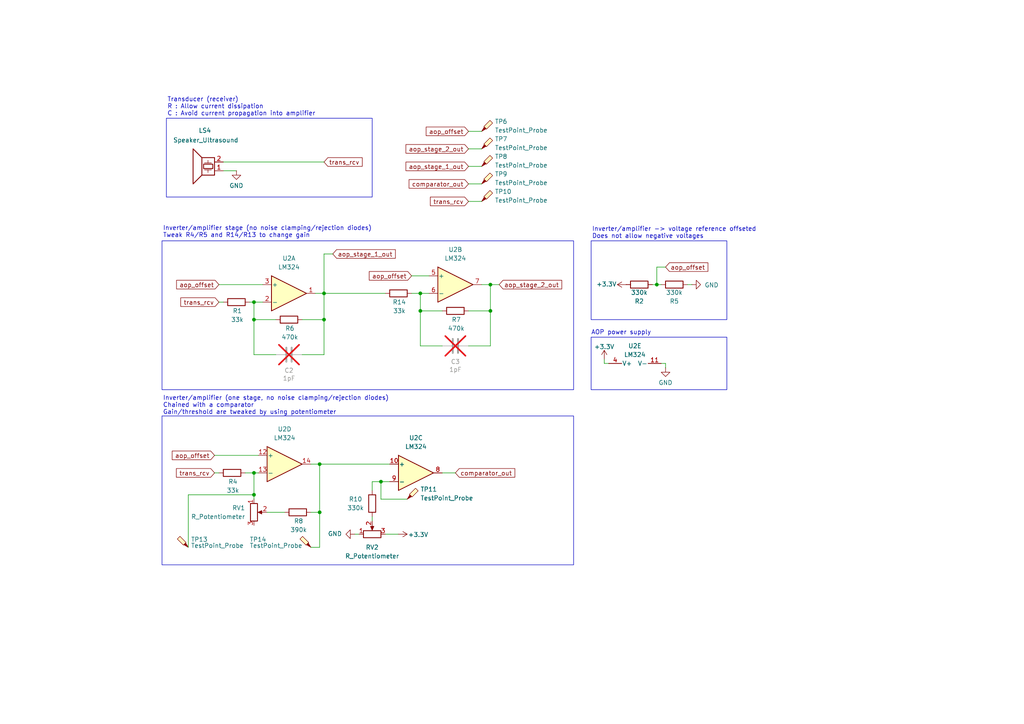
<source format=kicad_sch>
(kicad_sch (version 20250114) (generator "eeschema") (generator_version "9.0")
  (paper "A4")
  (lib_symbols
    (symbol "Amplifier_Operational:LM324" (pin_names (offset 0.127))
      (property "Reference" "U" (at 0 5.08 0))
      (property "Value" "LM324" (at 0 -5.08 0))
      (symbol "LM324_1_1"
        (polyline (pts (xy -5.08 5.08) (xy 5.08 0) (xy -5.08 -5.08) (xy -5.08 5.08)) (stroke (width 0.254)) (fill (type background)))
        (pin input line (at -7.62 2.54 0) (length 2.54) (name "+") (number "3"))
        (pin input line (at -7.62 -2.54 0) (length 2.54) (name "-") (number "2"))
        (pin output line (at 7.62 0 180) (length 2.54) (name "~") (number "1"))
      )
      (symbol "LM324_2_1"
        (polyline (pts (xy -5.08 5.08) (xy 5.08 0) (xy -5.08 -5.08) (xy -5.08 5.08)) (stroke (width 0.254)) (fill (type background)))
        (pin input line (at -7.62 2.54 0) (length 2.54) (name "+") (number "5"))
        (pin input line (at -7.62 -2.54 0) (length 2.54) (name "-") (number "6"))
        (pin output line (at 7.62 0 180) (length 2.54) (name "~") (number "7"))
      )
      (symbol "LM324_3_1"
        (polyline (pts (xy -5.08 5.08) (xy 5.08 0) (xy -5.08 -5.08) (xy -5.08 5.08)) (stroke (width 0.254)) (fill (type background)))
        (pin input line (at -7.62 2.54 0) (length 2.54) (name "+") (number "10"))
        (pin input line (at -7.62 -2.54 0) (length 2.54) (name "-") (number "9"))
        (pin output line (at 7.62 0 180) (length 2.54) (name "~") (number "8"))
      )
      (symbol "LM324_4_1"
        (polyline (pts (xy -5.08 5.08) (xy 5.08 0) (xy -5.08 -5.08) (xy -5.08 5.08)) (stroke (width 0.254)) (fill (type background)))
        (pin input line (at -7.62 2.54 0) (length 2.54) (name "+") (number "12"))
        (pin input line (at -7.62 -2.54 0) (length 2.54) (name "-") (number "13"))
        (pin output line (at 7.62 0 180) (length 2.54) (name "~") (number "14"))
      )
      (symbol "LM324_5_1"
        (pin power_in line (at -2.54 7.62 270) (length 3.81) (name "V+") (number "4"))
        (pin power_in line (at -2.54 -7.62 90) (length 3.81) (name "V-") (number "11"))
      )
    )
    (symbol "Connector:TestPoint_Probe" (pin_numbers (hide yes)) (pin_names (offset 0.762) (hide yes))
      (property "Reference" "TP" (at 1.651 5.842 0))
      (property "Value" "TestPoint_Probe" (at 1.651 4.064 0))
      (symbol "TestPoint_Probe_0_1"
        (polyline (pts (xy 1.27 0.762) (xy 0 0) (xy 0.762 1.27) (xy 1.27 0.762)) (fill (type outline)))
        (polyline (pts (xy 1.397 0.635) (xy 0.635 1.397) (xy 2.413 3.175) (xy 3.175 2.413) (xy 1.397 0.635)) (fill (type background)))
      )
      (symbol "TestPoint_Probe_1_1"
        (pin passive line (at 0 0 90) (length 0) (name "1") (number "1"))
      )
    )
    (symbol "Device:C" (pin_numbers (hide yes)) (pin_names (offset 0.254))
      (property "Reference" "C" (at 0.635 2.54 0))
      (property "Value" "C" (at 0.635 -2.54 0))
      (symbol "C_0_1"
        (polyline (pts (xy -2.032 0.762) (xy 2.032 0.762)) (stroke (width 0.508)))
        (polyline (pts (xy -2.032 -0.762) (xy 2.032 -0.762)) (stroke (width 0.508)))
      )
      (symbol "C_1_1"
        (pin passive line (at 0 3.81 270) (length 2.794) (name "~") (number "1"))
        (pin passive line (at 0 -3.81 90) (length 2.794) (name "~") (number "2"))
      )
    )
    (symbol "Device:R" (pin_numbers (hide yes)) (pin_names (offset 0))
      (property "Reference" "R" (at 2.032 0 90))
      (property "Value" "R" (at 0 0 90))
      (symbol "R_0_1"
        (rectangle (start -1.016 -2.54) (end 1.016 2.54) (stroke (width 0.254)))
      )
      (symbol "R_1_1"
        (pin passive line (at 0 3.81 270) (length 1.27) (name "~") (number "1"))
        (pin passive line (at 0 -3.81 90) (length 1.27) (name "~") (number "2"))
      )
    )
    (symbol "Device:R_Potentiometer" (pin_names (offset 1.016) (hide yes))
      (property "Reference" "RV" (at -4.445 0 90))
      (property "Value" "R_Potentiometer" (at -2.54 0 90))
      (symbol "R_Potentiometer_0_1"
        (rectangle (start 1.016 2.54) (end -1.016 -2.54) (stroke (width 0.254)))
        (polyline (pts (xy 1.143 0) (xy 2.286 0.508) (xy 2.286 -0.508) (xy 1.143 0)) (fill (type outline)))
        (polyline (pts (xy 2.54 0) (xy 1.524 0)))
      )
      (symbol "R_Potentiometer_1_1"
        (pin passive line (at 0 3.81 270) (length 1.27) (name "1") (number "1"))
        (pin passive line (at 0 -3.81 90) (length 1.27) (name "3") (number "3"))
        (pin passive line (at 3.81 0 180) (length 1.27) (name "2") (number "2"))
      )
    )
    (symbol "Device:Speaker_Ultrasound" (pin_names (offset 0) (hide yes))
      (property "Reference" "LS" (at 0.635 5.715 0))
      (property "Value" "Speaker_Ultrasound" (at 0.635 3.81 0))
      (symbol "Speaker_Ultrasound_0_0"
        (rectangle (start -2.54 1.27) (end 1.143 -3.81) (stroke (width 0.254)))
        (rectangle (start -2.032 -0.635) (end 0.635 -1.905) (stroke (width 0.254)))
        (polyline (pts (xy -1.651 -0.254) (xy 0.381 -0.254)))
        (polyline (pts (xy -1.651 -2.286) (xy 0.381 -2.286)))
        (polyline (pts (xy -0.635 -0.254) (xy -0.635 0.508)))
        (polyline (pts (xy -0.635 -2.286) (xy -0.635 -3.048)))
        (polyline (pts (xy 1.143 1.27) (xy 3.683 3.81) (xy 3.683 -6.35) (xy 1.143 -3.81)) (stroke (width 0.254)))
      )
      (symbol "Speaker_Ultrasound_1_1"
        (pin input line (at -5.08 0 0) (length 2.54) (name "1") (number "1"))
        (pin input line (at -5.08 -2.54 0) (length 2.54) (name "2") (number "2"))
      )
    )
    (symbol "power:+3.3V" (power) (pin_numbers (hide yes)) (pin_names (offset 0) (hide yes))
      (property "Value" "+3.3V" (at 0 3.556 0))
      (symbol "+3.3V_0_1"
        (polyline (pts (xy -0.762 1.27) (xy 0 2.54)))
        (polyline (pts (xy 0 2.54) (xy 0.762 1.27)))
        (polyline (pts (xy 0 0) (xy 0 2.54)))
      )
      (symbol "+3.3V_1_1"
        (pin power_in line (at 0 0 90) (length 0) (name "~") (number "1"))
      )
    )
    (symbol "power:GND" (power) (pin_numbers (hide yes)) (pin_names (offset 0) (hide yes))
      (property "Value" "GND" (at 0 -3.81 0))
      (symbol "GND_0_1"
        (polyline (pts (xy 0 0) (xy 0 -1.27) (xy 1.27 -1.27) (xy 0 -2.54) (xy -1.27 -1.27) (xy 0 -1.27)))
      )
      (symbol "GND_1_1"
        (pin power_in line (at 0 0 270) (length 0) (name "~") (number "1"))
      )
    )
  )
  (rectangle (start 171.45 69.85) (end 210.82 92.71))
  (rectangle (start 46.99 120.65) (end 166.37 163.83))
  (rectangle (start 171.45 97.79) (end 210.82 113.03))
  (rectangle (start 48.26 34.29) (end 107.95 57.15))
  (rectangle (start 46.99 69.85) (end 166.37 113.03))
  (text "Inverter/amplifier -> voltage reference offseted\nDoes not allow negative voltages" (at 171.704 67.564 0) (effects (font (size 1.27 1.27)) (justify left)))
  (text "Inverter/amplifier (one stage, no noise clamping/rejection diodes)\nChained with a comparator\nGain/threshold are tweaked by using potentiometer" (at 47.244 117.602 0) (effects (font (size 1.27 1.27)) (justify left)))
  (text "AOP power supply" (at 171.45 96.52 0) (effects (font (size 1.27 1.27)) (justify left)))
  (text "Inverter/amplifier stage (no noise clamping/rejection diodes)\nTweak R4/R5 and R14/R13 to change gain" (at 47.244 67.31 0) (effects (font (size 1.27 1.27)) (justify left)))
  (text "Transducer (receiver)\nR : Allow current dissipation\nC : Avoid current propagation into amplifier" (at 48.514 30.988 0) (effects (font (size 1.27 1.27)) (justify left)))
  (junction (at 73.66 143.51))
  (junction (at 121.92 85.09))
  (junction (at 190.5 82.55))
  (junction (at 142.24 82.55))
  (junction (at 92.71 134.62))
  (junction (at 93.98 85.09))
  (junction (at 142.24 90.17))
  (junction (at 73.66 87.63))
  (junction (at 92.71 148.59))
  (junction (at 73.66 137.16))
  (junction (at 121.92 90.17))
  (junction (at 73.66 92.71))
  (junction (at 93.98 92.71))
  (junction (at 110.49 139.7))
  (wire (pts (xy 121.92 90.17) (xy 128.27 90.17)))
  (wire (pts (xy 102.87 154.94) (xy 104.14 154.94)))
  (wire (pts (xy 62.23 137.16) (xy 63.5 137.16)))
  (wire (pts (xy 119.38 85.09) (xy 121.92 85.09)))
  (wire (pts (xy 73.66 102.87) (xy 73.66 92.71)))
  (wire (pts (xy 72.39 87.63) (xy 73.66 87.63)))
  (wire (pts (xy 135.89 58.42) (xy 139.7 58.42)))
  (wire (pts (xy 80.01 102.87) (xy 73.66 102.87)))
  (wire (pts (xy 107.95 151.13) (xy 107.95 149.86)))
  (wire (pts (xy 110.49 144.78) (xy 110.49 139.7)))
  (wire (pts (xy 77.47 148.59) (xy 82.55 148.59)))
  (wire (pts (xy 54.61 158.75) (xy 54.61 143.51)))
  (wire (pts (xy 93.98 102.87) (xy 93.98 92.71)))
  (wire (pts (xy 135.89 38.1) (xy 139.7 38.1)))
  (wire (pts (xy 63.5 82.55) (xy 76.2 82.55)))
  (wire (pts (xy 92.71 148.59) (xy 90.17 148.59)))
  (wire (pts (xy 63.5 87.63) (xy 64.77 87.63)))
  (wire (pts (xy 142.24 90.17) (xy 142.24 82.55)))
  (wire (pts (xy 62.23 132.08) (xy 74.93 132.08)))
  (wire (pts (xy 139.7 82.55) (xy 142.24 82.55)))
  (wire (pts (xy 142.24 82.55) (xy 144.78 82.55)))
  (wire (pts (xy 190.5 77.47) (xy 193.04 77.47)))
  (wire (pts (xy 135.89 90.17) (xy 142.24 90.17)))
  (wire (pts (xy 93.98 73.66) (xy 96.52 73.66)))
  (wire (pts (xy 135.89 100.33) (xy 142.24 100.33)))
  (wire (pts (xy 73.66 87.63) (xy 73.66 92.71)))
  (wire (pts (xy 92.71 134.62) (xy 113.03 134.62)))
  (wire (pts (xy 110.49 139.7) (xy 113.03 139.7)))
  (wire (pts (xy 73.66 137.16) (xy 74.93 137.16)))
  (wire (pts (xy 135.89 43.18) (xy 139.7 43.18)))
  (wire (pts (xy 93.98 92.71) (xy 93.98 85.09)))
  (wire (pts (xy 193.04 105.41) (xy 193.04 106.68)))
  (wire (pts (xy 190.5 82.55) (xy 191.77 82.55)))
  (wire (pts (xy 107.95 139.7) (xy 110.49 139.7)))
  (wire (pts (xy 73.66 143.51) (xy 73.66 144.78)))
  (wire (pts (xy 73.66 87.63) (xy 76.2 87.63)))
  (wire (pts (xy 135.89 53.34) (xy 139.7 53.34)))
  (wire (pts (xy 107.95 142.24) (xy 107.95 139.7)))
  (wire (pts (xy 93.98 73.66) (xy 93.98 85.09)))
  (wire (pts (xy 54.61 143.51) (xy 73.66 143.51)))
  (wire (pts (xy 119.38 80.01) (xy 124.46 80.01)))
  (wire (pts (xy 175.26 105.41) (xy 176.53 105.41)))
  (wire (pts (xy 175.26 105.41) (xy 175.26 104.14)))
  (wire (pts (xy 111.76 154.94) (xy 115.57 154.94)))
  (wire (pts (xy 92.71 134.62) (xy 90.17 134.62)))
  (wire (pts (xy 121.92 85.09) (xy 124.46 85.09)))
  (wire (pts (xy 142.24 100.33) (xy 142.24 90.17)))
  (wire (pts (xy 87.63 102.87) (xy 93.98 102.87)))
  (wire (pts (xy 92.71 158.75) (xy 90.17 158.75)))
  (wire (pts (xy 64.77 49.53) (xy 68.58 49.53)))
  (wire (pts (xy 92.71 148.59) (xy 92.71 134.62)))
  (wire (pts (xy 64.77 46.99) (xy 93.98 46.99)))
  (wire (pts (xy 190.5 82.55) (xy 190.5 77.47)))
  (wire (pts (xy 121.92 85.09) (xy 121.92 90.17)))
  (wire (pts (xy 93.98 85.09) (xy 91.44 85.09)))
  (wire (pts (xy 110.49 144.78) (xy 118.11 144.78)))
  (wire (pts (xy 191.77 105.41) (xy 193.04 105.41)))
  (wire (pts (xy 128.27 100.33) (xy 121.92 100.33)))
  (wire (pts (xy 92.71 148.59) (xy 92.71 158.75)))
  (wire (pts (xy 73.66 92.71) (xy 80.01 92.71)))
  (wire (pts (xy 73.66 137.16) (xy 73.66 143.51)))
  (wire (pts (xy 71.12 137.16) (xy 73.66 137.16)))
  (wire (pts (xy 121.92 100.33) (xy 121.92 90.17)))
  (wire (pts (xy 93.98 85.09) (xy 111.76 85.09)))
  (wire (pts (xy 128.27 137.16) (xy 132.08 137.16)))
  (wire (pts (xy 135.89 48.26) (xy 139.7 48.26)))
  (wire (pts (xy 189.23 82.55) (xy 190.5 82.55)))
  (wire (pts (xy 87.63 92.71) (xy 93.98 92.71)))
  (wire (pts (xy 200.66 82.55) (xy 199.39 82.55)))
  (global_label "comparator_out" (shape input) (at 132.08 137.16 0) (property "Intersheetrefs" "${INTERSHEET_REFS}" (effects (hide yes))))
  (global_label "aop_offset" (shape input) (at 119.38 80.01 180) (property "Intersheetrefs" "${INTERSHEET_REFS}" (effects (hide yes))))
  (global_label "trans_rcv" (shape input) (at 63.5 87.63 180) (property "Intersheetrefs" "${INTERSHEET_REFS}" (effects (hide yes))))
  (global_label "aop_offset" (shape input) (at 62.23 132.08 180) (property "Intersheetrefs" "${INTERSHEET_REFS}" (effects (hide yes))))
  (global_label "comparator_out" (shape input) (at 135.89 53.34 180) (property "Intersheetrefs" "${INTERSHEET_REFS}" (effects (hide yes))))
  (global_label "aop_stage_2_out" (shape input) (at 144.78 82.55 0) (property "Intersheetrefs" "${INTERSHEET_REFS}" (effects (hide yes))))
  (global_label "aop_stage_2_out" (shape input) (at 135.89 43.18 180) (property "Intersheetrefs" "${INTERSHEET_REFS}" (effects (hide yes))))
  (global_label "aop_offset" (shape input) (at 135.89 38.1 180) (property "Intersheetrefs" "${INTERSHEET_REFS}" (effects (hide yes))))
  (global_label "trans_rcv" (shape input) (at 93.98 46.99 0) (property "Intersheetrefs" "${INTERSHEET_REFS}" (effects (hide yes))))
  (global_label "trans_rcv" (shape input) (at 135.89 58.42 180) (property "Intersheetrefs" "${INTERSHEET_REFS}" (effects (hide yes))))
  (global_label "aop_offset" (shape input) (at 63.5 82.55 180) (property "Intersheetrefs" "${INTERSHEET_REFS}" (effects (hide yes))))
  (global_label "aop_stage_1_out" (shape input) (at 96.52 73.66 0) (property "Intersheetrefs" "${INTERSHEET_REFS}" (effects (hide yes))))
  (global_label "trans_rcv" (shape input) (at 62.23 137.16 180) (property "Intersheetrefs" "${INTERSHEET_REFS}" (effects (hide yes))))
  (global_label "aop_offset" (shape input) (at 193.04 77.47 0) (property "Intersheetrefs" "${INTERSHEET_REFS}" (effects (hide yes))))
  (global_label "aop_stage_1_out" (shape input) (at 135.89 48.26 180) (property "Intersheetrefs" "${INTERSHEET_REFS}" (effects (hide yes))))
  (symbol (lib_id "Device:R") (at 68.58 87.63 90) (unit 1)
    (property "Reference" "R1" (at 68.834 90.17 90))
    (property "Value" "33k" (at 68.834 92.71 90))
    (property "Footprint" "Resistor_THT:R_Axial_DIN0207_L6.3mm_D2.5mm_P10.16mm_Horizontal" (effects (hide yes)))
    (property "Description" "Resistor" (effects (hide yes)))
  )
  (symbol (lib_id "Connector:TestPoint_Probe") (at 118.11 144.78 0) (unit 1)
    (property "Reference" "TP11" (at 121.92 141.9224 0) (effects (justify left)))
    (property "Value" "TestPoint_Probe" (at 121.92 144.4624 0) (effects (justify left)))
    (property "Footprint" "TestPoint:TestPoint_THTPad_3.0x3.0mm_Drill1.5mm" (effects (hide yes)))
    (property "Description" "test point (alternative probe-style design)" (effects (hide yes)))
  )
  (symbol (lib_id "power:+3.3V") (at 181.61 82.55 90) (unit 1)
    (property "Reference" "#PWR012" (effects (hide yes)))
    (property "Value" "+3.3V" (at 175.895 82.423 90))
    (property "Description" "Power symbol creates a global label with name \"+3.3V\"" (effects (hide yes)))
  )
  (symbol (lib_id "Device:R") (at 185.42 82.55 270) (unit 1)
    (property "Reference" "R2" (at 185.42 87.376 90))
    (property "Value" "330k" (at 185.42 84.836 90))
    (property "Footprint" "Resistor_THT:R_Axial_DIN0207_L6.3mm_D2.5mm_P10.16mm_Horizontal" (effects (hide yes)))
    (property "Description" "Resistor" (effects (hide yes)))
  )
  (symbol (lib_id "Device:R_Potentiometer") (at 107.95 154.94 90) (unit 1)
    (property "Reference" "RV2" (at 107.95 158.75 90))
    (property "Value" "R_Potentiometer" (at 107.95 161.29 90))
    (property "Footprint" "Potentiometer_THT:Potentiometer_Bourns_PTV09A-1_Single_Vertical" (effects (hide yes)))
    (property "Description" "Potentiometer" (effects (hide yes)))
  )
  (symbol (lib_id "Device:C") (at 83.82 102.87 270) (unit 1) (dnp yes)
    (property "Reference" "C2" (at 83.82 107.442 90))
    (property "Value" "1pF" (at 83.82 109.728 90))
    (property "Footprint" "Capacitor_THT:C_Disc_D4.3mm_W1.9mm_P5.00mm" (effects (hide yes)))
    (property "Description" "Unpolarized capacitor" (effects (hide yes)))
  )
  (symbol (lib_id "Connector:TestPoint_Probe") (at 139.7 53.34 0) (unit 1)
    (property "Reference" "TP9" (at 143.51 50.4824 0) (effects (justify left)))
    (property "Value" "TestPoint_Probe" (at 143.51 53.0224 0) (effects (justify left)))
    (property "Footprint" "TestPoint:TestPoint_THTPad_3.0x3.0mm_Drill1.5mm" (effects (hide yes)))
    (property "Description" "test point (alternative probe-style design)" (effects (hide yes)))
  )
  (symbol (lib_id "power:+3.3V") (at 175.26 104.14 0) (unit 1)
    (property "Reference" "#PWR04" (effects (hide yes)))
    (property "Value" "+3.3V" (at 175.26 100.584 0))
    (property "Description" "Power symbol creates a global label with name \"+3.3V\"" (effects (hide yes)))
  )
  (symbol (lib_id "Amplifier_Operational:LM324") (at 184.15 102.87 90) (unit 5)
    (property "Reference" "U2" (at 184.15 100.33 90))
    (property "Value" "LM324" (at 184.15 102.87 90))
    (property "Footprint" "LM324AN:N14" (effects (hide yes)))
    (property "Datasheet" "http://www.ti.com/lit/ds/symlink/lm2902-n.pdf" (effects (hide yes)))
    (property "Description" "Low-Power, Quad-Operational Amplifiers, DIP-14/SOIC-14/SSOP-14" (effects (hide yes)))
  )
  (symbol (lib_id "Connector:TestPoint_Probe") (at 90.17 158.75 90) (unit 1)
    (property "Reference" "TP14" (at 72.39 156.464 90) (effects (justify right)))
    (property "Value" "TestPoint_Probe" (at 72.39 158.242 90) (effects (justify right)))
    (property "Footprint" "TestPoint:TestPoint_THTPad_3.0x3.0mm_Drill1.5mm" (effects (hide yes)))
    (property "Description" "test point (alternative probe-style design)" (effects (hide yes)))
  )
  (symbol (lib_id "Device:R") (at 107.95 146.05 0) (unit 1)
    (property "Reference" "R10" (at 103.124 144.78 0))
    (property "Value" "330k" (at 103.124 147.32 0))
    (property "Footprint" "Resistor_THT:R_Axial_DIN0207_L6.3mm_D2.5mm_P10.16mm_Horizontal" (effects (hide yes)))
    (property "Description" "Resistor" (effects (hide yes)))
  )
  (symbol (lib_id "Device:R_Potentiometer") (at 73.66 148.59 0) (unit 1)
    (property "Reference" "RV1" (at 71.12 147.3199 0) (effects (justify right)))
    (property "Value" "R_Potentiometer" (at 71.12 149.8599 0) (effects (justify right)))
    (property "Footprint" "Potentiometer_THT:Potentiometer_Bourns_PTV09A-1_Single_Vertical" (effects (hide yes)))
    (property "Description" "Potentiometer" (effects (hide yes)))
  )
  (symbol (lib_id "power:+3.3V") (at 115.57 154.94 270) (unit 1)
    (property "Reference" "#PWR05" (effects (hide yes)))
    (property "Value" "+3.3V" (at 121.285 155.067 90))
    (property "Description" "Power symbol creates a global label with name \"+3.3V\"" (effects (hide yes)))
  )
  (symbol (lib_id "Connector:TestPoint_Probe") (at 139.7 58.42 0) (unit 1)
    (property "Reference" "TP10" (at 143.51 55.5624 0) (effects (justify left)))
    (property "Value" "TestPoint_Probe" (at 143.51 58.1024 0) (effects (justify left)))
    (property "Footprint" "TestPoint:TestPoint_THTPad_3.0x3.0mm_Drill1.5mm" (effects (hide yes)))
    (property "Description" "test point (alternative probe-style design)" (effects (hide yes)))
  )
  (symbol (lib_id "Device:R") (at 195.58 82.55 270) (unit 1)
    (property "Reference" "R5" (at 195.58 87.376 90))
    (property "Value" "330k" (at 195.58 84.836 90))
    (property "Footprint" "Resistor_THT:R_Axial_DIN0207_L6.3mm_D2.5mm_P10.16mm_Horizontal" (effects (hide yes)))
    (property "Description" "Resistor" (effects (hide yes)))
  )
  (symbol (lib_id "Device:Speaker_Ultrasound") (at 59.69 49.53 180) (unit 1)
    (property "Reference" "LS4" (at 59.436 37.846 0))
    (property "Value" "Speaker_Ultrasound" (at 59.69 40.64 0))
    (property "Footprint" "Connector_PinHeader_2.54mm:PinHeader_1x02_P2.54mm_Vertical" (effects (hide yes)))
    (property "Description" "Ultrasonic transducer" (effects (hide yes)))
  )
  (symbol (lib_id "Device:R") (at 132.08 90.17 90) (unit 1)
    (property "Reference" "R7" (at 132.334 92.71 90))
    (property "Value" "470k" (at 132.334 95.25 90))
    (property "Footprint" "Resistor_THT:R_Axial_DIN0207_L6.3mm_D2.5mm_P10.16mm_Horizontal" (effects (hide yes)))
    (property "Description" "Resistor" (effects (hide yes)))
  )
  (symbol (lib_id "power:GND") (at 102.87 154.94 270) (unit 1)
    (property "Reference" "#PWR06" (effects (hide yes)))
    (property "Value" "GND" (at 99.187 154.813 90) (effects (justify right)))
    (property "Description" "Power symbol creates a global label with name \"GND\" , ground" (effects (hide yes)))
  )
  (symbol (lib_id "Connector:TestPoint_Probe") (at 54.61 158.75 90) (unit 1)
    (property "Reference" "TP13" (at 55.372 156.464 90) (effects (justify right)))
    (property "Value" "TestPoint_Probe" (at 55.372 158.242 90) (effects (justify right)))
    (property "Footprint" "TestPoint:TestPoint_THTPad_3.0x3.0mm_Drill1.5mm" (effects (hide yes)))
    (property "Description" "test point (alternative probe-style design)" (effects (hide yes)))
  )
  (symbol (lib_id "Device:R") (at 67.31 137.16 90) (unit 1)
    (property "Reference" "R4" (at 67.564 139.7 90))
    (property "Value" "33k" (at 67.564 142.24 90))
    (property "Footprint" "Resistor_THT:R_Axial_DIN0207_L6.3mm_D2.5mm_P10.16mm_Horizontal" (effects (hide yes)))
    (property "Description" "Resistor" (effects (hide yes)))
  )
  (symbol (lib_id "power:GND") (at 68.58 49.53 0) (unit 1)
    (property "Reference" "#PWR016" (effects (hide yes)))
    (property "Value" "GND" (at 70.612 53.848 0) (effects (justify right)))
    (property "Description" "Power symbol creates a global label with name \"GND\" , ground" (effects (hide yes)))
  )
  (symbol (lib_id "Amplifier_Operational:LM324") (at 82.55 134.62 0) (unit 4)
    (property "Reference" "U2" (at 82.55 124.46 0))
    (property "Value" "LM324" (at 82.55 127 0))
    (property "Footprint" "LM324AN:N14" (effects (hide yes)))
    (property "Datasheet" "http://www.ti.com/lit/ds/symlink/lm2902-n.pdf" (effects (hide yes)))
    (property "Description" "Low-Power, Quad-Operational Amplifiers, DIP-14/SOIC-14/SSOP-14" (effects (hide yes)))
  )
  (symbol (lib_id "power:GND") (at 200.66 82.55 90) (unit 1)
    (property "Reference" "#PWR013" (effects (hide yes)))
    (property "Value" "GND" (at 204.343 82.677 90) (effects (justify right)))
    (property "Description" "Power symbol creates a global label with name \"GND\" , ground" (effects (hide yes)))
  )
  (symbol (lib_id "Connector:TestPoint_Probe") (at 139.7 48.26 0) (unit 1)
    (property "Reference" "TP8" (at 143.51 45.4024 0) (effects (justify left)))
    (property "Value" "TestPoint_Probe" (at 143.51 47.9424 0) (effects (justify left)))
    (property "Footprint" "TestPoint:TestPoint_THTPad_3.0x3.0mm_Drill1.5mm" (effects (hide yes)))
    (property "Description" "test point (alternative probe-style design)" (effects (hide yes)))
  )
  (symbol (lib_id "Device:R") (at 115.57 85.09 90) (unit 1)
    (property "Reference" "R14" (at 115.824 87.63 90))
    (property "Value" "33k" (at 115.824 90.17 90))
    (property "Footprint" "Resistor_THT:R_Axial_DIN0207_L6.3mm_D2.5mm_P10.16mm_Horizontal" (effects (hide yes)))
    (property "Description" "Resistor" (effects (hide yes)))
  )
  (symbol (lib_id "Connector:TestPoint_Probe") (at 139.7 38.1 0) (unit 1)
    (property "Reference" "TP6" (at 143.51 35.2424 0) (effects (justify left)))
    (property "Value" "TestPoint_Probe" (at 143.51 37.7824 0) (effects (justify left)))
    (property "Footprint" "TestPoint:TestPoint_THTPad_3.0x3.0mm_Drill1.5mm" (effects (hide yes)))
    (property "Description" "test point (alternative probe-style design)" (effects (hide yes)))
  )
  (symbol (lib_id "Amplifier_Operational:LM324") (at 120.65 137.16 0) (unit 3)
    (property "Reference" "U2" (at 120.65 127 0))
    (property "Value" "LM324" (at 120.65 129.54 0))
    (property "Footprint" "LM324AN:N14" (effects (hide yes)))
    (property "Datasheet" "http://www.ti.com/lit/ds/symlink/lm2902-n.pdf" (effects (hide yes)))
    (property "Description" "Low-Power, Quad-Operational Amplifiers, DIP-14/SOIC-14/SSOP-14" (effects (hide yes)))
  )
  (symbol (lib_id "Amplifier_Operational:LM324") (at 83.82 85.09 0) (unit 1)
    (property "Reference" "U2" (at 83.82 74.93 0))
    (property "Value" "LM324" (at 83.82 77.47 0))
    (property "Footprint" "LM324AN:N14" (effects (hide yes)))
    (property "Datasheet" "http://www.ti.com/lit/ds/symlink/lm2902-n.pdf" (effects (hide yes)))
    (property "Description" "Low-Power, Quad-Operational Amplifiers, DIP-14/SOIC-14/SSOP-14" (effects (hide yes)))
  )
  (symbol (lib_id "Device:R") (at 83.82 92.71 90) (unit 1)
    (property "Reference" "R6" (at 84.074 95.25 90))
    (property "Value" "470k" (at 84.074 97.79 90))
    (property "Footprint" "Resistor_THT:R_Axial_DIN0207_L6.3mm_D2.5mm_P10.16mm_Horizontal" (effects (hide yes)))
    (property "Description" "Resistor" (effects (hide yes)))
  )
  (symbol (lib_id "Device:R") (at 86.36 148.59 90) (unit 1)
    (property "Reference" "R8" (at 86.614 151.13 90))
    (property "Value" "390k" (at 86.614 153.67 90))
    (property "Footprint" "Resistor_THT:R_Axial_DIN0207_L6.3mm_D2.5mm_P10.16mm_Horizontal" (effects (hide yes)))
    (property "Description" "Resistor" (effects (hide yes)))
  )
  (symbol (lib_id "Device:C") (at 132.08 100.33 270) (unit 1) (dnp yes)
    (property "Reference" "C3" (at 132.08 104.902 90))
    (property "Value" "1pF" (at 132.08 107.188 90))
    (property "Footprint" "Capacitor_THT:C_Disc_D4.3mm_W1.9mm_P5.00mm" (effects (hide yes)))
    (property "Description" "Unpolarized capacitor" (effects (hide yes)))
  )
  (symbol (lib_id "power:GND") (at 193.04 106.68 0) (unit 1)
    (property "Reference" "#PWR03" (effects (hide yes)))
    (property "Value" "GND" (at 195.072 110.998 0) (effects (justify right)))
    (property "Description" "Power symbol creates a global label with name \"GND\" , ground" (effects (hide yes)))
  )
  (symbol (lib_id "Connector:TestPoint_Probe") (at 139.7 43.18 0) (unit 1)
    (property "Reference" "TP7" (at 143.51 40.3224 0) (effects (justify left)))
    (property "Value" "TestPoint_Probe" (at 143.51 42.8624 0) (effects (justify left)))
    (property "Footprint" "TestPoint:TestPoint_THTPad_3.0x3.0mm_Drill1.5mm" (effects (hide yes)))
    (property "Description" "test point (alternative probe-style design)" (effects (hide yes)))
  )
  (symbol (lib_id "Amplifier_Operational:LM324") (at 132.08 82.55 0) (unit 2)
    (property "Reference" "U2" (at 132.08 72.39 0))
    (property "Value" "LM324" (at 132.08 74.93 0))
    (property "Footprint" "LM324AN:N14" (effects (hide yes)))
    (property "Datasheet" "http://www.ti.com/lit/ds/symlink/lm2902-n.pdf" (effects (hide yes)))
    (property "Description" "Low-Power, Quad-Operational Amplifiers, DIP-14/SOIC-14/SSOP-14" (effects (hide yes)))
  )
)
</source>
